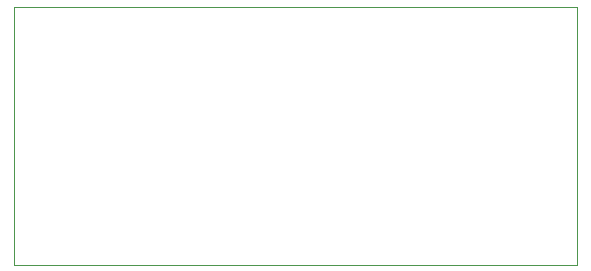
<source format=gm1>
G75*
%MOIN*%
%OFA0B0*%
%FSLAX24Y24*%
%IPPOS*%
%LPD*%
%AMOC8*
5,1,8,0,0,1.08239X$1,22.5*
%
%ADD10C,0.0000*%
D10*
X000180Y000180D02*
X000180Y008776D01*
X018950Y008776D01*
X018950Y000180D01*
X000180Y000180D01*
M02*

</source>
